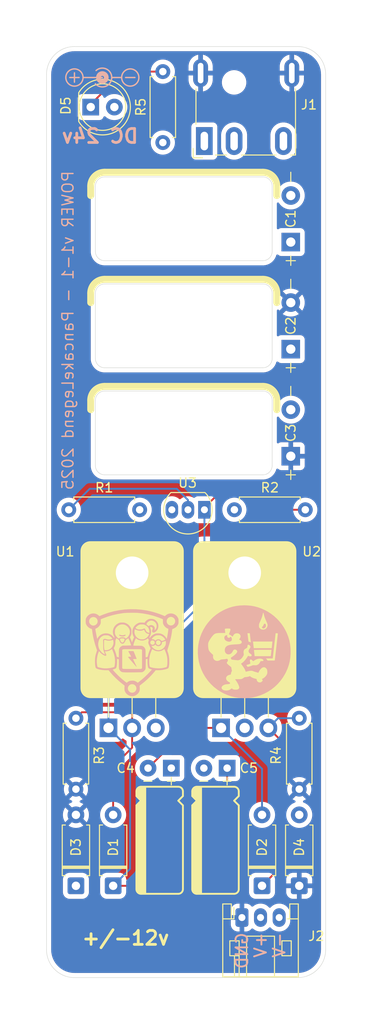
<source format=kicad_pcb>
(kicad_pcb (version 20241229) (generator "pcbnew") (generator_version "9.0")
  (title_block (title "POWER") (date "2025-06-14") (rev "1-1"))
  (layers (0 "F.Cu" signal) (4 "In1.Cu" signal) (6 "In2.Cu" signal) (2 "B.Cu" signal) (13 "F.Paste" user) (15 "B.Paste" user) (5 "F.SilkS" user "F.Silkscreen") (7 "B.SilkS" user "B.Silkscreen") (1 "F.Mask" user) (3 "B.Mask" user) (25 "Edge.Cuts" user))
  (net 0 "")
  (net 1 "VDD")
  (net 2 "VSS")
  (net 3 "GND")
  (net 4 "Net-(D2-A)")
  (net 5 "Net-(D1-K)")
  (net 6 "Net-(D1-A)")
  (net 7 "Net-(D2-K)")
  (net 10 "Net-(D5-K)")
  (footprint "HackSynth:JST_PH_S3B-PH-K_1x03_P2.00mm_Horizontal" (layer "F.Cu") (at 156 143.55)
    (property "Reference" "J2" (at 8 2 0) (layer "F.SilkS"))
    (property "Value" "Conn_01x03_Pin")
    (fp_text user "GND" (at 0 1.5 90) (layer "B.SilkS") (effects (font (size 1.27 1.27) (thickness 0.2)) (justify left mirror)))
    (fp_text user "-V" (at 4 1.5 90) (layer "B.SilkS") (effects (font (size 1.27 1.27) (thickness 0.2)) (justify left mirror)))
    (fp_text user "+V" (at 2 1.5 90) (layer "B.SilkS") (effects (font (size 1.27 1.27) (thickness 0.2)) (justify left mirror)))
    (pad "1" thru_hole roundrect (at 0 0) (size 1.4 2) (drill 0.75) (layers "*.Cu" "*.Mask") (roundrect_rratio 0.208333) (net 3 "GND"))
    (pad "2" thru_hole oval (at 2 0) (size 1.4 2) (drill 0.75) (layers "*.Cu" "*.Mask") (net 1 "VDD"))
    (pad "3" thru_hole oval (at 4 0) (size 1.4 2) (drill 0.75) (layers "*.Cu" "*.Mask") (net 2 "VSS"))
  )
  (footprint "HackSynth:CP_Radial_D10.0mm_P5.00mm_MidMount" (layer "F.Cu") (at 161.25 94 90)
    (property "Reference" "C3" (at 2.5 0 90) (layer "F.SilkS"))
    (property "Value" "25v 1000uF")
    (fp_line (start 6 -21) (end -1 -21) (stroke (width 0.05)) (layer "Edge.Cuts"))
    (fp_line (start -2 -20) (end -2 -3) (stroke (width 0.05)) (layer "Edge.Cuts"))
    (fp_line (start 7 -3) (end 7 -20) (stroke (width 0.05)) (layer "Edge.Cuts"))
    (fp_line (start -1 -2) (end 6 -2) (stroke (width 0.05)) (layer "Edge.Cuts"))
    (fp_arc (start 6 -21) (mid 6.707107 -20.707107) (end 7 -20) (stroke (width 0.05)) (layer "Edge.Cuts"))
    (fp_arc (start -2 -20) (mid -1.707107 -20.707107) (end -1 -21) (stroke (width 0.05)) (layer "Edge.Cuts"))
    (fp_arc (start 7 -3) (mid 6.707107 -2.292893) (end 6 -2) (stroke (width 0.05)) (layer "Edge.Cuts"))
    (fp_arc (start -1 -2) (mid -1.707107 -2.292893) (end -2 -3) (stroke (width 0.05)) (layer "Edge.Cuts"))
    (pad "1" thru_hole rect (at 0 0 90) (size 2 2) (drill 1) (layers "*.Cu" "*.Mask") (net 3 "GND"))
    (pad "2" thru_hole circle (at 5 0 90) (size 2 2) (drill 1) (layers "*.Cu" "*.Mask") (net 2 "VSS"))
  )
  (footprint "HackSynth:LM317 - TO-220-3_Horizontal_TabDown" (layer "F.Cu") (at 144.2 123.18)
    (property "Reference" "U1" (at -7.2 -18.93 0) (layer "F.SilkS"))
    (property "Value" "LM317 TO-220")
    (pad "" np_thru_hole circle (at 0 -16.66) (size 3.5 3.5) (drill 3.5) (layers "*.Cu" "*.Mask"))
    (pad "4" smd custom (at 0 -11.5) (size 1.27 1.27) (layers "F.Cu" "F.Mask" "F.SilkS" "F.Paste") (options (clearance outline) (anchor circle)) (primitives (gr_poly (pts (xy -1.27 -0.4445) (xy -1.255499 -0.517401) (xy -1.214204 -0.579204) (xy -1.152401 -0.620499) (xy -1.0795 -0.635) (xy 1.0795 -0.635) (xy 1.152401 -0.620499) (xy 1.214204 -0.579204) (xy 1.255499 -0.517401) (xy 1.27 -0.4445) (xy 1.27 0.4445) (xy 1.255499 0.517401) (xy 1.214204 0.579204) (xy 1.152401 0.620499) (xy 1.0795 0.635) (xy -1.0795 0.635) (xy -1.152401 0.620499) (xy -1.214204 0.579204) (xy -1.255499 0.517401) (xy -1.27 0.4445)) (width 0) (fill yes)) (gr_poly (pts (xy 4.5 8.25) (xy 5.5 7.25) (xy 5.5 -7.5) (xy 4.5 -8.5) (xy -4.5 -8.5) (xy -5.5 -7.5) (xy -5.5 7.25) (xy -4.5 8.25)) (width 0.1) (fill yes)) (gr_circle (center 4.5 -7.5) (end 5.5 -7.5) (width 0.1) (fill yes)) (gr_circle (center -4.5 -7.5) (end -4.5 -6.5) (width 0.1) (fill yes)) (gr_circle (center -4.5 7.25) (end -4.5 8.25) (width 0.1) (fill yes)) (gr_circle (center 4.5 7.25) (end 5.5 7.25) (width 0.1) (fill yes))))
    (pad "A" thru_hole rect (at -2.54 0) (size 1.905 2) (drill 1.1) (layers "*.Cu" "*.Mask") (net 5 "Net-(D1-K)"))
    (pad "I" thru_hole oval (at 2.54 0) (size 1.905 2) (drill 1.1) (layers "*.Cu" "*.Mask") (net 1 "VDD"))
    (pad "O" thru_hole oval (at 0 0) (size 1.905 2) (drill 1.1) (layers "*.Cu" "*.Mask") (net 6 "Net-(D1-A)"))
  )
  (footprint "HackSynth:CP_Radial_D5.2mm_P2.50mm_LayDown" (layer "F.Cu") (at 147.16 127.5 180)
    (property "Reference" "C4" (at 3.66 0 0) (layer "F.SilkS"))
    (property "Value" "50v 22uF")
    (pad "1" thru_hole rect (at -1.25 0 180) (size 1.8 1.8) (drill 0.8) (layers "*.Cu" "*.Mask") (net 1 "VDD"))
    (pad "2" thru_hole circle (at 1.25 0 180) (size 1.8 1.8) (drill 0.8) (layers "*.Cu" "*.Mask") (net 4 "Net-(D2-A)"))
  )
  (footprint "HackSynth:CP_Radial_D5.2mm_P2.50mm_LayDown" (layer "F.Cu") (at 153.16 127.5 180)
    (property "Reference" "C5" (at -3.59 0 0) (layer "F.SilkS"))
    (property "Value" "50v 22uF")
    (pad "1" thru_hole rect (at -1.25 0 180) (size 1.8 1.8) (drill 0.8) (layers "*.Cu" "*.Mask") (net 5 "Net-(D1-K)"))
    (pad "2" thru_hole circle (at 1.25 0 180) (size 1.8 1.8) (drill 0.8) (layers "*.Cu" "*.Mask") (net 2 "VSS"))
  )
  (footprint "HackSynth:CP_Radial_D10.0mm_P5.00mm_MidMount" (layer "F.Cu") (at 161.25 71 90)
    (property "Reference" "C1" (at 2.5 0 90) (layer "F.SilkS"))
    (property "Value" "50v 450uF")
    (fp_line (start 6 -21) (end -1 -21) (stroke (width 0.05)) (layer "Edge.Cuts"))
    (fp_line (start -2 -20) (end -2 -3) (stroke (width 0.05)) (layer "Edge.Cuts"))
    (fp_line (start 7 -3) (end 7 -20) (stroke (width 0.05)) (layer "Edge.Cuts"))
    (fp_line (start -1 -2) (end 6 -2) (stroke (width 0.05)) (layer "Edge.Cuts"))
    (fp_arc (start 6 -21) (mid 6.707107 -20.707107) (end 7 -20) (stroke (width 0.05)) (layer "Edge.Cuts"))
    (fp_arc (start -2 -20) (mid -1.707107 -20.707107) (end -1 -21) (stroke (width 0.05)) (layer "Edge.Cuts"))
    (fp_arc (start 7 -3) (mid 6.707107 -2.292893) (end 6 -2) (stroke (width 0.05)) (layer "Edge.Cuts"))
    (fp_arc (start -1 -2) (mid -1.707107 -2.292893) (end -2 -3) (stroke (width 0.05)) (layer "Edge.Cuts"))
    (pad "1" thru_hole rect (at 0 0 90) (size 2 2) (drill 1) (layers "*.Cu" "*.Mask") (net 1 "VDD"))
    (pad "2" thru_hole circle (at 5 0 90) (size 2 2) (drill 1) (layers "*.Cu" "*.Mask") (net 2 "VSS"))
  )
  (footprint "Diode_THT:D_A-405_P7.62mm_Horizontal" (layer "F.Cu") (at 158.16 140.14 90)
    (property "Reference" "D2" (at 4.14 0 270) (layer "F.SilkS"))
    (property "Value" "1N4002")
    (pad "1" thru_hole roundrect (at 0 0 90) (size 1.8 1.8) (drill 0.9) (layers "*.Cu" "*.Mask") (roundrect_rratio 0.138889) (net 7 "Net-(D2-K)"))
    (pad "2" thru_hole circle (at 7.62 0 90) (size 1.8 1.8) (drill 0.9) (layers "*.Cu" "*.Mask") (net 4 "Net-(D2-A)"))
  )
  (footprint "Diode_THT:D_A-405_P7.62mm_Horizontal" (layer "F.Cu") (at 162.16 140.14 90)
    (property "Reference" "D4" (at 4.14 0 270) (layer "F.SilkS"))
    (property "Value" "1N4002")
    (pad "1" thru_hole roundrect (at 0 0 90) (size 1.8 1.8) (drill 0.9) (layers "*.Cu" "*.Mask") (roundrect_rratio 0.138889) (net 3 "GND"))
    (pad "2" thru_hole circle (at 7.62 0 90) (size 1.8 1.8) (drill 0.9) (layers "*.Cu" "*.Mask") (net 2 "VSS"))
  )
  (footprint "HackSynth:BarrelJack_DC044A" (layer "F.Cu") (at 151.96 60.15 180)
    (property "Reference" "J1" (at -12.2 3.9 0) (layer "F.SilkS") (effects (justify right)))
    (property "Value" "Barrel_Jack_Switch_MountingPin")
    (pad "" np_thru_hole circle (at -3.2 6.3) (size 2.13 2.13) (drill 2.13) (layers "F&B.Cu" "*.Mask"))
    (pad "1" thru_hole oval (at -8.5 0) (size 1.8 3) (drill oval 0.8 2) (layers "*.Cu" "*.Mask") (net 1 "VDD"))
    (pad "2" thru_hole rect (at 0 0) (size 1.8 3) (drill oval 0.8 2) (layers "*.Cu" "*.Mask") (net 2 "VSS"))
    (pad "3" thru_hole oval (at -3.2 0) (size 1.8 3) (drill oval 0.8 2) (layers "*.Cu" "*.Mask"))
    (pad "SH" thru_hole oval (at -9.4 7.3) (size 1.6 3) (drill oval 0.6 2.2) (layers "*.Cu" "*.Mask") (net 3 "GND"))
    (pad "SH" thru_hole oval (at 0.4 7.3) (size 1.6 3) (drill oval 0.6 2.2) (layers "*.Cu" "*.Mask") (net 3 "GND"))
  )
  (footprint "Resistor_THT:R_Axial_DIN0207_L6.3mm_D2.5mm_P7.62mm_Horizontal" (layer "F.Cu") (at 138.16 129.76 90)
    (property "Reference" "R3" (at 3.62 2.5 90) (layer "F.SilkS"))
    (property "Value" "1Ω")
    (pad "1" thru_hole circle (at 0 0 90) (size 1.6 1.6) (drill 0.8) (layers "*.Cu" "*.Mask") (net 3 "GND"))
    (pad "2" thru_hole circle (at 7.62 0 90) (size 1.6 1.6) (drill 0.8) (layers "*.Cu" "*.Mask") (net 6 "Net-(D1-A)"))
  )
  (footprint "HackSynth:CP_Radial_D10.0mm_P5.00mm_MidMount" (layer "F.Cu") (at 161.25 82.5 90)
    (property "Reference" "C2" (at 2.5 0 90) (layer "F.SilkS"))
    (property "Value" "25v 1000uF")
    (fp_line (start 6 -21) (end -1 -21) (stroke (width 0.05)) (layer "Edge.Cuts"))
    (fp_line (start -2 -20) (end -2 -3) (stroke (width 0.05)) (layer "Edge.Cuts"))
    (fp_line (start 7 -3) (end 7 -20) (stroke (width 0.05)) (layer "Edge.Cuts"))
    (fp_line (start -1 -2) (end 6 -2) (stroke (width 0.05)) (layer "Edge.Cuts"))
    (fp_arc (start 6 -21) (mid 6.707107 -20.707107) (end 7 -20) (stroke (width 0.05)) (layer "Edge.Cuts"))
    (fp_arc (start -2 -20) (mid -1.707107 -20.707107) (end -1 -21) (stroke (width 0.05)) (layer "Edge.Cuts"))
    (fp_arc (start 7 -3) (mid 6.707107 -2.292893) (end 6 -2) (stroke (width 0.05)) (layer "Edge.Cuts"))
    (fp_arc (start -1 -2) (mid -1.707107 -2.292893) (end -2 -3) (stroke (width 0.05)) (layer "Edge.Cuts"))
    (pad "1" thru_hole rect (at 0 0 90) (size 2 2) (drill 1) (layers "*.Cu" "*.Mask") (net 1 "VDD"))
    (pad "2" thru_hole circle (at 5 0 90) (size 2 2) (drill 1) (layers "*.Cu" "*.Mask") (net 3 "GND"))
  )
  (footprint "Resistor_THT:R_Axial_DIN0207_L6.3mm_D2.5mm_P7.62mm_Horizontal" (layer "F.Cu") (at 155.19 99.75)
    (property "Reference" "R2" (at 3.81 -2.37 0) (layer "F.SilkS"))
    (property "Value" "5.6k")
    (pad "1" thru_hole circle (at 0 0) (size 1.6 1.6) (drill 0.8) (layers "*.Cu" "*.Mask") (net 2 "VSS"))
    (pad "2" thru_hole circle (at 7.62 0) (size 1.6 1.6) (drill 0.8) (layers "*.Cu" "*.Mask") (net 5 "Net-(D1-K)"))
  )
  (footprint "HackSynth:TO-92_Inline - Handsolder" (layer "F.Cu") (at 151.470001 99.75 180)
    (property "Reference" "U3" (at 1.310001 2.88 180) (layer "F.SilkS"))
    (property "Value" "LM336Z-2.5v")
    (pad "1" thru_hole rect (at -0.5 0 180) (size 1.35 1.9) (drill 0.75) (layers "*.Cu" "*.Mask") (net 5 "Net-(D1-K)"))
    (pad "2" thru_hole oval (at 1.27 0 180) (size 1.35 1.9) (drill 0.75) (layers "*.Cu" "*.Mask") (net 4 "Net-(D2-A)"))
    (pad "3" thru_hole oval (at 3 0 180) (size 1.35 1.9) (drill 0.75) (layers "*.Cu" "*.Mask"))
  )
  (footprint "Resistor_THT:R_Axial_DIN0207_L6.3mm_D2.5mm_P7.62mm_Horizontal" (layer "F.Cu") (at 137.39 99.75)
    (property "Reference" "R1" (at 3.81 -2.37 0) (layer "F.SilkS"))
    (property "Value" "5.6k")
    (pad "1" thru_hole circle (at 0 0) (size 1.6 1.6) (drill 0.8) (layers "*.Cu" "*.Mask") (net 4 "Net-(D2-A)"))
    (pad "2" thru_hole circle (at 7.62 0) (size 1.6 1.6) (drill 0.8) (layers "*.Cu" "*.Mask") (net 1 "VDD"))
  )
  (footprint "Resistor_THT:R_Axial_DIN0207_L6.3mm_D2.5mm_P7.62mm_Horizontal" (layer "F.Cu") (at 162.16 122.14 -90)
    (property "Reference" "R4" (at 4 2.5 90) (layer "F.SilkS"))
    (property "Value" "1Ω")
    (pad "1" thru_hole circle (at 0 0 270) (size 1.6 1.6) (drill 0.8) (layers "*.Cu" "*.Mask") (net 7 "Net-(D2-K)"))
    (pad "2" thru_hole circle (at 7.62 0 270) (size 1.6 1.6) (drill 0.8) (layers "*.Cu" "*.Mask") (net 3 "GND"))
  )
  (footprint "HackSynth:LM337 - TO-220-3_Horizontal_TabDown" (layer "F.Cu") (at 156.300002 123.18)
    (property "Reference" "U2" (at 7.199998 -18.93 0) (layer "F.SilkS"))
    (property "Value" "LM337 TO-220")
    (pad "" np_thru_hole circle (at 0 -16.66) (size 3.5 3.5) (drill 3.5) (layers "*.Cu" "*.Mask"))
    (pad "4" smd custom (at 0 -11.5) (size 1.27 1.27) (layers "F.Cu" "F.Mask" "F.SilkS" "F.Paste") (options (clearance outline) (anchor circle)) (primitives (gr_poly (pts (xy -1.27 -0.4445) (xy -1.255499 -0.517401) (xy -1.214204 -0.579204) (xy -1.152401 -0.620499) (xy -1.0795 -0.635) (xy 1.0795 -0.635) (xy 1.152401 -0.620499) (xy 1.214204 -0.579204) (xy 1.255499 -0.517401) (xy 1.27 -0.4445) (xy 1.27 0.4445) (xy 1.255499 0.517401) (xy 1.214204 0.579204) (xy 1.152401 0.620499) (xy 1.0795 0.635) (xy -1.0795 0.635) (xy -1.152401 0.620499) (xy -1.214204 0.579204) (xy -1.255499 0.517401) (xy -1.27 0.4445)) (width 0) (fill yes)) (gr_poly (pts (xy 4.5 8.25) (xy 5.5 7.25) (xy 5.5 -7.5) (xy 4.5 -8.5) (xy -4.5 -8.5) (xy -5.5 -7.5) (xy -5.5 7.25) (xy -4.5 8.25)) (width 0.1) (fill yes)) (gr_circle (center 4.5 -7.5) (end 5.5 -7.5) (width 0.1) (fill yes)) (gr_circle (center -4.5 -7.5) (end -4.5 -6.5) (width 0.1) (fill yes)) (gr_circle (center -4.5 7.25) (end -4.5 8.25) (width 0.1) (fill yes)) (gr_circle (center 4.5 7.25) (end 5.5 7.25) (width 0.1) (fill yes))))
    (pad "A" thru_hole rect (at -2.54 0) (size 1.905 2) (drill 1.1) (layers "*.Cu" "*.Mask") (net 4 "Net-(D2-A)"))
    (pad "I" thru_hole oval (at 0 0) (size 1.905 2) (drill 1.1) (layers "*.Cu" "*.Mask") (net 2 "VSS"))
    (pad "O" thru_hole oval (at 2.54 0) (size 1.905 2) (drill 1.1) (layers "*.Cu" "*.Mask") (net 7 "Net-(D2-K)"))
  )
  (footprint "Resistor_THT:R_Axial_DIN0207_L6.3mm_D2.5mm_P7.62mm_Horizontal" (layer "F.Cu") (at 147.5 60.31 90)
    (property "Reference" "R5" (at 3.81 -2.37 90) (layer "F.SilkS"))
    (property "Value" "1.1k")
    (pad "1" thru_hole circle (at 0 0 90) (size 1.6 1.6) (drill 0.8) (layers "*.Cu" "*.Mask") (net 2 "VSS"))
    (pad "2" thru_hole circle (at 7.62 0 90) (size 1.6 1.6) (drill 0.8) (layers "*.Cu" "*.Mask") (net 10 "Net-(D5-K)"))
  )
  (footprint "HackSynth:LED_D5.0mm" (layer "F.Cu") (at 139.75 56.5)
    (property "Reference" "D5" (at -2.676186 -0.143653 90) (layer "F.SilkS"))
    (property "Value" "LED")
    (pad "1" thru_hole rect (at 0 0) (size 1.8 1.8) (drill 0.9) (layers "*.Cu" "*.Mask") (net 10 "Net-(D5-K)"))
    (pad "2" thru_hole circle (at 2.54 0) (size 1.8 1.8) (drill 0.9) (layers "*.Cu" "*.Mask") (net 1 "VDD"))
  )
  (footprint "Diode_THT:D_A-405_P7.62mm_Horizontal" (layer "F.Cu") (at 138.16 140.14 90)
    (property "Reference" "D3" (at 4.14 0 270) (layer "F.SilkS"))
    (property "Value" "1N4002")
    (pad "1" thru_hole roundrect (at 0 0 90) (size 1.8 1.8) (drill 0.9) (layers "*.Cu" "*.Mask") (roundrect_rratio 0.138889) (net 1 "VDD"))
    (pad "2" thru_hole circle (at 7.62 0 90) (size 1.8 1.8) (drill 0.9) (layers "*.Cu" "*.Mask") (net 3 "GND"))
  )
  (footprint "HackSynth:Module 30x100mm" (layer "F.Cu") (at 150 100)
    (property "Reference" "REF**" (hide yes))
    (property "Value" "Untitled" (hide yes))
    (fp_line (start -14.999999 -47) (end -15 47) (stroke (width 0.05)) (layer "Edge.Cuts"))
    (fp_line (start -12 49.999999) (end 12 50) (stroke (width 0.05)) (layer "Edge.Cuts"))
    (fp_line (start 12 -50) (end -12 -50) (stroke (width 0.05)) (layer "Edge.Cuts"))
    (fp_line (start 15 47) (end 15 -47) (stroke (width 0.05)) (layer "Edge.Cuts"))
    (fp_arc (start -15 -47) (mid -14.12132 -49.12132) (end -12 -50) (stroke (width 0.05)) (layer "Edge.Cuts"))
    (fp_arc (start -12 50) (mid -14.12132 49.12132) (end -15 47) (stroke (width 0.05)) (layer "Edge.Cuts"))
    (fp_arc (start 12 -50) (mid 14.12132 -49.12132) (end 15 -47) (stroke (width 0.05)) (layer "Edge.Cuts"))
    (fp_arc (start 15 47) (mid 14.12132 49.12132) (end 12 50) (stroke (width 0.05)) (layer "Edge.Cuts"))
  )
  (footprint "Diode_THT:D_A-405_P7.62mm_Horizontal" (layer "F.Cu") (at 142.16 140.14 90)
    (property "Reference" "D1" (at 4.14 0 270) (layer "F.SilkS"))
    (property "Value" "1N4002")
    (pad "1" thru_hole roundrect (at 0 0 90) (size 1.8 1.8) (drill 0.9) (layers "*.Cu" "*.Mask") (roundrect_rratio 0.138889) (net 5 "Net-(D1-K)"))
    (pad "2" thru_hole circle (at 7.62 0 90) (size 1.8 1.8) (drill 0.9) (layers "*.Cu" "*.Mask") (net 6 "Net-(D1-A)"))
  )
  (footprint "HackSynth:PancakeLegend Logo - 10mm" (layer "B.Cu") (at 156.25 115 180)
    (property "Reference" "Ref**" (hide yes))
    (property "Value" "Val**" (hide yes))
  )
  (footprint "HackSynth:CCHS Logo - 10mm" (layer "B.Cu") (at 144.2 115.1 180)
    (property "Reference" "Ref**" (hide yes))
    (property "Value" "Val**" (hide yes))
  )
  (footprint "Symbol:Symbol_Barrel_Polarity" (layer "B.Cu") (at 141 53.25 180)
    (property "Reference" "REF**" (hide yes))
    (property "Value" "Symbol_Barrel_Polarity")
  )
  (gr_line (start 144.5 53.325) (end 143.5 53.325) (stroke (width 0.15)) (layer "B.SilkS"))
  (gr_line (start 138.5 53.325) (end 137.5 53.325) (stroke (width 0.15)) (layer "B.SilkS"))
  (gr_line (start 138 52.824999) (end 138 53.825) (stroke (width 0.15)) (layer "B.SilkS"))
  (gr_text "+/-12v" (at 143.5 146.62868 0) (layer "F.SilkS") (effects (font (size 1.5 1.5) (thickness 0.3) (bold yes)) (justify bottom)))
  (gr_text "POWER v1-1 - PancakeLegend 2025" (at 138 63.25 90) (layer "B.SilkS") (effects (font (size 1.2 1.2)) (justify left bottom mirror)))
  (gr_text "DC 24v" (at 140.75 60.5 0) (layer "B.SilkS") (effects (font (size 1.5 1.5) (thickness 0.3) (bold yes)) (justify bottom mirror)))
  (segment (start 153.760002 123.18) (end 150.23 123.18) (width 0.2) (layer "F.Cu") (net 4))
  (segment (start 150.23 123.18) (end 145.91 127.5) (width 0.2) (layer "F.Cu") (net 4))
  (segment (start 150.200001 98.700001) (end 150.200001 99.75) (width 0.2) (layer "B.Cu") (net 4))
  (segment (start 149 97.5) (end 150.200001 98.700001) (width 0.2) (layer "B.Cu") (net 4))
  (segment (start 139.64 97.5) (end 149 97.5) (width 0.2) (layer "B.Cu") (net 4))
  (segment (start 158.16 127.579998) (end 153.760002 123.18) (width 0.2) (layer "B.Cu") (net 4))
  (segment (start 158.16 132.52) (end 158.16 127.579998) (width 0.2) (layer "B.Cu") (net 4))
  (segment (start 137.39 99.75) (end 139.64 97.5) (width 0.2) (layer "B.Cu") (net 4))
  (segment (start 159.25 99.75) (end 157 97.5) (width 0.2) (layer "F.Cu") (net 5))
  (segment (start 154.41 131.09) (end 145.36 140.14) (width 0.2) (layer "F.Cu") (net 5))
  (segment (start 162.81 99.75) (end 159.25 99.75) (width 0.2) (layer "F.Cu") (net 5))
  (segment (start 151.970001 99.75) (end 151.970001 100.470001) (width 0.2) (layer "F.Cu") (net 5))
  (segment (start 154.41 127.5) (end 154.41 131.09) (width 0.2) (layer "F.Cu") (net 5))
  (segment (start 157 97.5) (end 154 97.5) (width 0.2) (layer "F.Cu") (net 5))
  (segment (start 154 97.5) (end 151.970001 99.529999) (width 0.2) (layer "F.Cu") (net 5))
  (segment (start 145.36 140.14) (end 142.16 140.14) (width 0.2) (layer "F.Cu") (net 5))
  (segment (start 151.970001 99.529999) (end 151.970001 99.75) (width 0.2) (layer "F.Cu") (net 5))
  (segment (start 151.970001 99.75) (end 151.970001 109.529999) (width 0.2) (layer "B.Cu") (net 5))
  (segment (start 141.66 119.84) (end 141.66 123.18) (width 0.2) (layer "B.Cu") (net 5))
  (segment (start 151.970001 109.529999) (end 141.66 119.84) (width 0.2) (layer "B.Cu") (net 5))
  (segment (start 141.66 123.18) (end 143.98 125.5) (width 0.2) (layer "B.Cu") (net 5))
  (segment (start 142.16 140.14) (end 143.98 138.32) (width 0.2) (layer "B.Cu") (net 5))
  (segment (start 143.98 138.32) (end 143.98 125.5) (width 0.2) (layer "B.Cu") (net 5))
  (segment (start 144.2 121.7) (end 144 121.5) (width 0.2) (layer "F.Cu") (net 6))
  (segment (start 142.16 127.34) (end 142.16 132.52) (width 0.2) (layer "F.Cu") (net 6))
  (segment (start 144 121.5) (end 138.8 121.5) (width 0.2) (layer "F.Cu") (net 6))
  (segment (start 144.2 123.18) (end 144.2 121.7) (width 0.2) (layer "F.Cu") (net 6))
  (segment (start 144.2 123.18) (end 144.2 125.3) (width 0.2) (layer "F.Cu") (net 6))
  (segment (start 144.2 125.3) (end 142.16 127.34) (width 0.2) (layer "F.Cu") (net 6))
  (segment (start 138.8 121.5) (end 138.16 122.14) (width 0.2) (layer "F.Cu") (net 6))
  (segment (start 160 124.339998) (end 158.840002 123.18) (width 0.2) (layer "F.Cu") (net 7))
  (segment (start 158.16 140.14) (end 160 138.3) (width 0.2) (layer "F.Cu") (net 7))
  (segment (start 160 138.3) (end 160 124.339998) (width 0.2) (layer "F.Cu") (net 7))
  (segment (start 162.16 122.14) (end 159.880002 122.14) (width 0.2) (layer "B.Cu") (net 7))
  (segment (start 159.880002 122.14) (end 158.840002 123.18) (width 0.2) (layer "B.Cu") (net 7))
  (segment (start 139.46 56.5) (end 143.27 52.69) (width 0.2) (layer "F.Cu") (net 10))
  (segment (start 143.27 52.69) (end 147.5 52.69) (width 0.2) (layer "F.Cu") (net 10))
  (zone (net 3) (net_name "GND") (layer "F.Cu") (connect_pads (clearance 0.5)) (min_thickness 0.25) (fill yes (thermal_gap 0.5) (thermal_bridge_width 0.5) (island_removal_mode 1) (island_area_min 10))
    (polygon (pts (xy 130 45) (xy 167 45) (xy 167 152) (xy 130 152)))
  )
  (zone (net 3) (net_name "GND") (layer "B.Cu") (priority 1) (connect_pads (clearance 0.5)) (min_thickness 0.25) (fill yes (thermal_gap 0.5) (thermal_bridge_width 0.5) (island_removal_mode 1) (island_area_min 10))
    (polygon (pts (xy 131 46) (xy 168 46) (xy 168 153) (xy 131 153)))
  )
)
</source>
